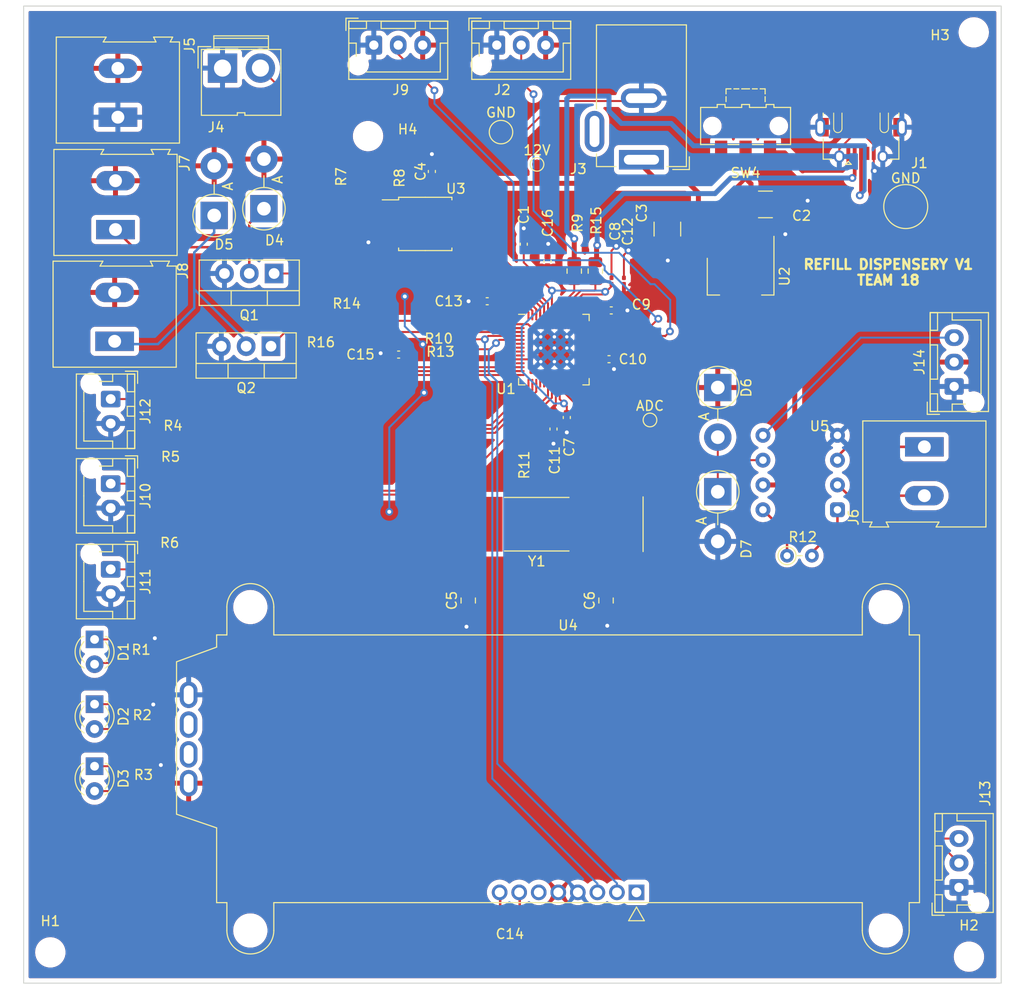
<source format=kicad_pcb>
(kicad_pcb (version 20211014) (generator pcbnew)
  (layers (0 "F.Cu" signal) (31 "B.Cu" signal) (34 "B.Paste" user) (35 "F.Paste" user) (36 "B.SilkS" user "B.Silkscreen") (37 "F.SilkS" user "F.Silkscreen") (38 "B.Mask" user) (39 "F.Mask" user) (44 "Edge.Cuts" user))
  (net 0 "")
  (net 1 "+3.3V")
  (net 2 "/S_SCL")
  (net 3 "GND")
  (net 4 "Net-(C2-Pad1)")
  (net 5 "Net-(C6-Pad2)")
  (net 6 "Net-(D1-Pad1)")
  (net 7 "/LED1")
  (net 8 "Net-(D2-Pad1)")
  (net 9 "/LED2")
  (net 10 "Net-(D3-Pad1)")
  (net 11 "/LED3")
  (net 12 "/ADC0")
  (net 13 "Net-(J1-Pad1)")
  (net 14 "/USB_D-")
  (net 15 "/USB_D+")
  (net 17 "+12V")
  (net 19 "Net-(J4-Pad2)")
  (net 20 "/Load_cell-")
  (net 21 "/Load_cell+")
  (net 22 "/V1")
  (net 23 "/V2")
  (net 24 "/SW1")
  (net 25 "/SW2")
  (net 26 "/SW3")
  (net 27 "/QSPI_SS")
  (net 28 "Net-(R9-Pad2)")
  (net 29 "/S_SDA")
  (net 30 "Net-(R12-Pad1)")
  (net 31 "Net-(R12-Pad2)")
  (net 32 "Net-(R15-Pad2)")
  (net 33 "/P1")
  (net 34 "/P2")
  (net 39 "Net-(C14-Pad1)")
  (net 40 "Net-(C14-Pad2)")
  (net 53 "/QSPI_SD3")
  (net 54 "/QSPI_SCLK")
  (net 55 "/QSPI_SD0")
  (net 56 "/QSPI_SD2")
  (net 57 "/QSPI_SD1")
  (net 60 "+1V1")
  (net 61 "/CLK_IN")
  (net 62 "/CLK_OUT")
  (net 63 "Net-(D4-Pad1)")
  (net 64 "Net-(D5-Pad1)")
  (net 68 "Net-(Q1-Pad1)")
  (net 69 "Net-(Q2-Pad1)")
  (net 70 "/SWD")
  (net 71 "/SWCLK")
  (net 72 "Net-(U5-Pad5)")
  (footprint "Crystal:Crystal_SMD_SeikoEpson_MA505-2Pin_12.7x5.1mm_HandSoldering" (layer "F.Cu") (at 100.5595 127.381 180)
    (fp_text reference "Y1")
    (fp_text value "Crystal")
  )
  (footprint "Diode_THT:D_5W_P5.08mm_Vertical_AnodeUp" (layer "F.Cu") (at 119.077 113.39175 -90)
    (fp_text reference "D6")
    (fp_text value "D")
  )
  (footprint "Capacitor_SMD:C_0402_1005Metric" (layer "F.Cu") (at 101.66 100.48 -90)
    (fp_text reference "C16")
    (fp_text value "100n")
  )
  (footprint "Display:NHD-C0220BiZ" (layer "F.Cu") (at 103.76 149.16)
    (fp_text reference "U4")
    (fp_text value "NHD-C0220BIZ")
  )
  (footprint "Capacitor_SMD:C_0201_0603Metric" (layer "F.Cu") (at 97.81 168.27 180)
    (fp_text reference "C14")
    (fp_text value "1u")
  )
  (footprint "Resistor_SMD:R_0201_0603Metric" (layer "F.Cu") (at 93.218 108.458)
    (fp_text reference "R10")
    (fp_text value "10k")
  )
  (footprint "" (layer "F.Cu") (at 102.362 110.744)
    (fp_text reference "")
    (fp_text value "")
  )
  (footprint "Amplifier_Instrumentation:AD622" (layer "F.Cu") (at 118.618 123.363 90)
    (fp_text reference "U5")
    (fp_text value "AD622")
  )
  (footprint "Connector_JST:JST_XH_B3B-XH-AM_1x03_P2.50mm_Vertical" (layer "F.Cu") (at 143.256 113.284 90)
    (fp_text reference "J14")
    (fp_text value "SWD")
  )
  (footprint "Resistor_SMD:R_0201_0603Metric" (layer "F.Cu") (at 93.218 109.474)
    (fp_text reference "R13")
    (fp_text value "10k")
  )
  (footprint "Connector_BarrelJack:BarrelJack_GCT_DCJ200-10-A_Horizontal" (layer "F.Cu") (at 111.267 90.0775 180)
    (fp_text reference "J3")
    (fp_text value "Barrel_Jack_Switch")
  )
  (footprint "Resistor_SMD:R_0201_0603Metric" (layer "F.Cu") (at 82.02 106.56 180)
    (fp_text reference "R14")
    (fp_text value "10k")
  )
  (footprint "Resistor_SMD:R_0201_0603Metric" (layer "F.Cu") (at 78.47 107.71 180)
    (fp_text reference "R16")
    (fp_text value "10k")
  )
  (footprint "TestPoint:TestPoint_Pad_D1.0mm" (layer "F.Cu") (at 112.141 116.713)
    (fp_text reference "ADC")
    (fp_text value "TestPoint_Pad_D1.0mm")
  )
  (footprint "TestPoint:TestPoint_Pad_D4.0mm" (layer "F.Cu") (at 138.303 94.869)
    (fp_text reference "GND")
    (fp_text value "TestPoint_Pad_D4.0mm")
  )
  (footprint "Resistor_SMD:R_0201_0603Metric" (layer "F.Cu") (at 79.502 91.821 -90)
    (fp_text reference "R7")
    (fp_text value "1K")
  )
  (footprint "Connector:JWT_A3963_1x02_P3.96mm_Vertical" (layer "F.Cu") (at 68.4125 80.7)
    (fp_text reference "J4")
    (fp_text value "USB_BOOT")
  )
  (footprint "" (layer "F.Cu") (at 100.965 109.347)
    (fp_text reference "")
    (fp_text value "")
  )
  (footprint "Diode_THT:D_5W_P5.08mm_Vertical_AnodeUp" (layer "F.Cu") (at 67.56 95.780051 90)
    (fp_text reference "D5")
    (fp_text value "DIODE")
  )
  (footprint "Capacitor_SMD:C_0402_1005Metric" (layer "F.Cu") (at 86.43 110.02)
    (fp_text reference "C15")
    (fp_text value "100n")
  )
  (footprint "Resistor_SMD:R_0201_0603Metric" (layer "F.Cu") (at 85.471 91.948 -90)
    (fp_text reference "R8")
    (fp_text value "DNF")
  )
  (footprint "Resistor_SMD:R_0201_0603Metric" (layer "F.Cu") (at 60.092 139.175 180)
    (fp_text reference "R1")
    (fp_text value "1K")
  )
  (footprint "TerminalBlock:TerminalBlock_Altech_AK300-2_P5.00mm" (layer "F.Cu") (at 57.4655 97.225 90)
    (fp_text reference "J7")
    (fp_text value "Inductor 1")
  )
  (footprint "Connector_JST:JST_XH_B3B-XH-AM_1x03_P2.50mm_Vertical" (layer "F.Cu") (at 83.89 78.345)
    (fp_text reference "J9")
    (fp_text value "Pot 2")
  )
  (footprint "" (layer "F.Cu") (at 103.632 110.744)
    (fp_text reference "")
    (fp_text value "")
  )
  (footprint "Package_TO_SOT_SMD:SOT-223-3_TabPin2" (layer "F.Cu") (at 121.412 102.0155 -90)
    (fp_text reference "U2")
    (fp_text value "NCP1117-3.3_SOT223")
  )
  (footprint "Resistor_SMD:R_0201_0603Metric" (layer "F.Cu") (at 59.692 145.8685 180)
    (fp_text reference "R2")
    (fp_text value "1K")
  )
  (footprint "TerminalBlock:TerminalBlock_Altech_AK300-2_P5.00mm" (layer "F.Cu") (at 57.38 108.66 90)
    (fp_text reference "J8")
    (fp_text value "Inductor 2")
  )
  (footprint "LED_THT:LED_D3.0mm" (layer "F.Cu") (at 55.325 152.15 -90)
    (fp_text reference "D3")
    (fp_text value "LED")
  )
  (footprint "Resistor_SMD:R_0201_0603Metric" (layer "F.Cu") (at 59.692 151.896 180)
    (fp_text reference "R3")
    (fp_text value "1K")
  )
  (footprint "LED_THT:LED_D3.0mm" (layer "F.Cu") (at 55.325 139.17 -90)
    (fp_text reference "D1")
    (fp_text value "LED")
  )
  (footprint "" (layer "F.Cu") (at 100.965 108.204)
    (fp_text reference "")
    (fp_text value "")
  )
  (footprint "MountingHole:MountingHole_2.1mm" (layer "F.Cu") (at 145.26 77.04)
    (fp_text reference "H3")
    (fp_text value "MountingHole")
  )
  (footprint "LED_THT:LED_D3.0mm" (layer "F.Cu") (at 55.325 145.8 -90)
    (fp_text reference "D2")
    (fp_text value "LED")
  )
  (footprint "Capacitor_SMD:C_0805_2012Metric" (layer "F.Cu") (at 107.647 135.189 90)
    (fp_text reference "C6")
    (fp_text value "27p")
  )
  (footprint "Resistor_THT:R_Axial_DIN0204_L3.6mm_D1.6mm_P2.54mm_Vertical" (layer "F.Cu") (at 126.163 130.602)
    (fp_text reference "R12")
    (fp_text value "R")
  )
  (footprint "Connector_JST:JST_XH_B2B-XH-AM_1x02_P2.50mm_Vertical" (layer "F.Cu") (at 56.975 114.57 -90)
    (fp_text reference "J12")
    (fp_text value "Switch 1")
  )
  (footprint "MountingHole:MountingHole_2.1mm" (layer "F.Cu") (at 83.3 87.66)
    (fp_text reference "H4")
    (fp_text value "MountingHole")
  )
  (footprint "MountingHole:MountingHole_2.1mm" (layer "F.Cu") (at 50.8 171.2)
    (fp_text reference "H1")
    (fp_text value "MountingHole")
  )
  (footprint "Capacitor_SMD:C_0402_1005Metric" (layer "F.Cu") (at 89.83 91.28 90)
    (fp_text reference "C4")
    (fp_text value "100n")
  )
  (footprint "TestPoint:TestPoint_Pad_D1.0mm" (layer "F.Cu") (at 100.584 90.551)
    (fp_text reference "12V")
    (fp_text value "TestPoint_Pad_D1.0mm")
  )
  (footprint "Capacitor_SMD:C_0805_2012Metric" (layer "F.Cu") (at 93.55 135.189 90)
    (fp_text reference "C5")
    (fp_text value "27p")
  )
  (footprint "Connector_USB:USB_Micro-AB_Molex_47590-0001" (layer "F.Cu") (at 133.731 86.7505 180)
    (fp_text reference "J1")
    (fp_text value "USB_B_Micro")
  )
  (footprint "Resistor_SMD:R_0201_0603Metric" (layer "F.Cu") (at 100.33 121.321 90)
    (fp_text reference "R11")
    (fp_text value "1k")
  )
  (footprint "Connector_JST:JST_XH_B2B-XH-AM_1x02_P2.50mm_Vertical" (layer "F.Cu") (at 56.975 132 -90)
    (fp_text reference "J11")
    (fp_text value "Switch 3")
  )
  (footprint "TestPoint:TestPoint_Pad_D2.0mm" (layer "F.Cu") (at 96.901 87.249)
    (fp_text reference "GND")
    (fp_text value "TestPoint_Pad_D2.0mm")
  )
  (footprint "Package_DFN_QFN:QFN-56-1EP_7x7mm_P0.4mm_EP3.2x3.2mm" (layer "F.Cu") (at 102.3095 109.51)
    (fp_text reference "U1")
    (fp_text value "RP2040")
  )
  (footprint "" (layer "F.Cu") (at 102.362 108.204)
    (fp_text reference "")
    (fp_text value "")
  )
  (footprint "Resistor_SMD:R_0805_2012Metric" (layer "F.Cu") (at 104.394 101.473 -90)
    (fp_text reference "R9")
    (fp_text value "27")
  )
  (footprint "Capacitor_SMD:C_0201_0603Metric" (layer "F.Cu") (at 108.204 102.489 90)
    (fp_text reference "C8")
    (fp_text value "1u")
  )
  (footprint "Button_Switch_SMD:SW_SPDT_CK-JS102011SAQN" (layer "F.Cu") (at 121.92 86.6235 180)
    (fp_text reference "SW4")
    (fp_text value "SW_SPDT")
  )
  (footprint "Package_TO_SOT_THT:TO-220-3_Vertical" (layer "F.Cu") (at 73.37 109.165 180)
    (fp_text reference "Q2")
    (fp_text value "TIP120")
  )
  (footprint "Capacitor_SMD:C_0402_1005Metric" (layer "F.Cu") (at 102.27 117.64 90)
    (fp_text reference "C11")
    (fp_text value "100n")
  )
  (footprint "Capacitor_SMD:C_0402_1005Metric" (layer "F.Cu") (at 107.95 110.49 180)
    (fp_text reference "C10")
    (fp_text value "100n")
  )
  (footprint "Diode_THT:D_5W_P5.08mm_Vertical_AnodeUp" (layer "F.Cu") (at 72.65 95.09 90)
    (fp_text reference "D4")
    (fp_text value "DIODE")
  )
  (footprint "Capacitor_SMD:C_0201_0603Metric" (layer "F.Cu") (at 109.474 102.489 90)
    (fp_text reference "C12")
    (fp_text value "1u")
  )
  (footprint "TerminalBlock:TerminalBlock_Altech_AK300-2_P5.00mm" (layer "F.Cu") (at 57.71 85.725 90)
    (fp_text reference "J5")
    (fp_text value "Load Cell Power")
  )
  (footprint "Resistor_SMD:R_0201_0603Metric" (layer "F.Cu") (at 63.2075 115.824 -90)
    (fp_text reference "R4")
    (fp_text value "1K")
  )
  (footprint "Capacitor_SMD:C_0402_1005Metric" (layer "F.Cu") (at 95.49 104.56)
    (fp_text reference "C13")
    (fp_text value "100n")
  )
  (footprint "MountingHole:MountingHole_2.1mm" (layer "F.Cu") (at 144.77 171.64)
    (fp_text reference "H2")
    (fp_text value "MountingHole")
  )
  (footprint "Diode_THT:D_5W_P5.08mm_Vertical_AnodeUp" (layer "F.Cu") (at 119.077 124.05975 -90)
    (fp_text reference "D7")
    (fp_text value "D")
  )
  (footprint "Connector_JST:JST_XH_B3B-XH-AM_1x03_P2.50mm_Vertical" (layer "F.Cu") (at 143.747 164.552 90)
    (fp_text reference "J13")
    (fp_text value "SWD")
  )
  (footprint "Resistor_SMD:R_0201_0603Metric" (layer "F.Cu") (at 63.0375 130.83 90)
    (fp_text reference "R6")
    (fp_text value "1K")
  )
  (footprint "Capacitor_SMD:C_1210_3225Metric" (layer "F.Cu") (at 123.952 94.6495)
    (fp_text reference "C2")
    (fp_text value "10u")
  )
  (footprint "" (layer "F.Cu") (at 100.965 110.744)
    (fp_text reference "")
    (fp_text value "")
  )
  (footprint "Package_SO:SOIC-8_5.23x5.23mm_P1.27mm" (layer "F.Cu") (at 89.154 96.647)
    (fp_text reference "U3")
    (fp_text value "Flash Memory")
  )
  (footprint "" (layer "F.Cu") (at 103.632 109.347)
    (fp_text reference "")
    (fp_text value "")
  )
  (footprint "Resistor_SMD:R_0805_2012Metric" (layer "F.Cu") (at 106.553 101.473 -90)
    (fp_text reference "R15")
    (fp_text value "27")
  )
  (footprint "Capacitor_SMD:C_0402_1005Metric" (layer "F.Cu") (at 108.18 105.5 180)
    (fp_text reference "C9")
    (fp_text value "100n")
  )
  (footprint "Connector_JST:JST_XH_B2B-XH-AM_1x02_P2.50mm_Vertical" (layer "F.Cu") (at 56.975 123.23 -90)
    (fp_text reference "J10")
    (fp_text value "Switch 2")
  )
  (footprint "" (layer "F.Cu") (at 103.632 108.204)
    (fp_text reference "")
    (fp_text value "")
  )
  (footprint "TerminalBlock:TerminalBlock_Altech_AK300-2_P5.00mm" (layer "F.Cu") (at 140.208 119.46 -90)
    (fp_text reference "J6")
    (fp_text value "Load Cell Data")
  )
  (footprint "Resistor_SMD:R_0201_0603Metric" (layer "F.Cu") (at 63.0675 121.96 90)
    (fp_text reference "R5")
    (fp_text value "1K")
  )
  (footprint "Capacitor_SMD:C_0402_1005Metric" (layer "F.Cu") (at 99.23 98.7215 -90)
    (fp_text reference "C1")
    (fp_text value "100n")
  )
  (footprint "Connector_JST:JST_XH_B3B-XH-AM_1x03_P2.50mm_Vertical" (layer "F.Cu") (at 96.47 78.345)
    (fp_text reference "J2")
    (fp_text value "Pot 1")
  )
  (footprint "Capacitor_SMD:C_0402_1005Metric" (layer "F.Cu") (at 103.632 116.459 90)
    (fp_text reference "C7")
    (fp_text value "100n")
  )
  (footprint "Package_TO_SOT_THT:TO-220-3_Vertical" (layer "F.Cu") (at 73.69 101.72 180)
    (fp_text reference "Q1")
    (fp_text value "TIP120")
  )
  (footprint "Capacitor_SMD:C_1210_3225Metric" (layer "F.Cu") (at 113.92 97.175 -90)
    (fp_text reference "C3")
    (fp_text value "10u")
  )
  (footprint "" (layer "F.Cu") (at 102.362 109.347)
    (fp_text reference "")
    (fp_text value "")
  )
  (gr_rect (start 48.07 74.35) (end 148.07 174.35) (layer "Edge.Cuts") (width 0.1) (fill none))
  (gr_text "REFILL DISPENSERY V1\nTEAM 18\n" (at 136.525 101.6) (layer "F.SilkS") (effects (font (size 1 1) (thickness 0.25))))
  (segment (start 105.087 104.59) (end 108.389 104.59) (width 0.2) (layer "F.Cu") (net 1))
  (segment (start 104.521 106.061) (end 104.521 105.156) (width 0.2) (layer "F.Cu") (net 1))
  (segment (start 104.9095 105.5295) (end 105.1205 105.5295) (width 0.2) (layer "F.Cu") (net 1))
  (segment (start 102.5095 112.9475) (end 102.5095 115.2205) (width 0.2) (layer "F.Cu") (net 1))
  (segment (start 104.51 106.91) (end 104.5095 106.9095) (width 0.2) (layer "F.Cu") (net 1))
  (segment (start 107.45 110.51) (end 107.47 110.49) (width 0.2) (layer "F.Cu") (net 1))
  (segment (start 98.872 106.91) (end 97.67 106.91) (width 0.2) (layer "F.Cu") (net 1))
  (segment (start 102.5095 106.0725) (end 102.5095 107.0405) (width 0.2) (layer "F.Cu") (net 1))
  (segment (start 102.9095 107.2095) (end 102.92 107.22) (width 0.2) (layer "F.Cu") (net 1))
  (segment (start 102.9095 106.0725) (end 102.9095 107.2095) (width 0.2) (layer "F.Cu") (net 1))
  (segment (start 102.5095 115.2205) (end 102.43 115.3) (width 0.2) (layer "F.Cu") (net 1))
  (segment (start 108.389 104.59) (end 109.474 103.505) (width 0.2) (layer "F.Cu") (net 1))
  (segment (start 102.5095 107.0405) (end 102.45 107.1) (width 0.2) (layer "F.Cu") (net 1))
  (segment (start 98.872 110.51) (end 99.99 110.51) (width 0.2) (layer "F.Cu") (net 1))
  (segment (start 104.9095 106.5095) (end 104.5095 106.9095) (width 0.2) (layer "F.Cu") (net 1))
  (segment (start 97.67 106.91) (end 97.13 106.37) (width 0.2) (layer "F.Cu") (net 1))
  (segment (start 105.747 106.91) (end 106.97 106.91) (width 0.2) (layer "F.Cu") (net 1))
  (segment (start 104.5095 106.9095) (end 104.5095 106.0725) (width 0.2) (layer "F.Cu") (net 1))
  (segment (start 104.79 110.51) (end 104.77 110.53) (width 0.2) (layer "F.Cu") (net 1))
  (segment (start 104.9095 105.5295) (end 104.9095 106.0725) (width 0.2) (layer "F.Cu") (net 1))
  (segment (start 104.51 106.91) (end 104.51 107.25) (width 0.2) (layer "F.Cu") (net 1))
  (segment (start 105.747 106.91) (end 104.65 106.91) (width 0.2) (layer "F.Cu") (net 1))
  (segment (start 98.872 110.51) (end 97.7 110.51) (width 0.2) (layer "F.Cu") (net 1))
  (segment (start 105.747 110.51) (end 107.45 110.51) (width 0.2) (layer "F.Cu") (net 1))
  (segment (start 104.5095 106.0725) (end 104.521 106.061) (width 0.2) (layer "F.Cu") (net 1))
  (segment (start 104.65 106.91) (end 104.51 106.91) (width 0.2) (layer "F.Cu") (net 1))
  (segment (start 104.9095 106.0725) (end 104.9095 106.5095) (width 0.2) (layer "F.Cu") (net 1))
  (segment (start 104.521 105.156) (end 105.087 104.59) (width 0.2) (layer "F.Cu") (net 1))
  (segment (start 98.872 106.91) (end 99.67 106.91) (width 0.2) (layer "F.Cu") (net 1))
  (segment (start 105.1205 105.5295) (end 105.48 105.17) (width 0.2) (layer "F.Cu") (net 1))
  (segment (start 105.747 110.51) (end 104.79 110.51) (width 0.2) (layer "F.Cu") (net 1))
  (segment (start 99.67 106.91) (end 100.02 107.26) (width 0.2) (layer "F.Cu") (net 1))
  (segment (start 109.474 103.505) (end 109.474 102.809) (width 0.2) (layer "F.Cu") (net 1))
  (segment (start 102.5095 112.9475) (end 102.5095 111.8805) (width 0.2) (layer "F.Cu") (net 1))
  (via (at 85.471 126.111) (size 0.8) (drill 0.4) (layers "F.Cu" "B.Cu") (net 1))
  (via (at 87.06 104.07) (size 0.8) (drill 0.4) (layers "F.Cu" "B.Cu") (net 1))
  (via (at 89.027 113.919) (size 0.8) (drill 0.4) (layers "F.Cu" "B.Cu") (net 1))
  (via (at 88.9 108.966) (size 0.8) (drill 0.4) (layers "F.Cu" "B.Cu") (net 1))
  (segment (start 89.027 109.093) (end 89.027 113.919) (width 0.2) (layer "B.Cu") (net 1))
  (segment (start 89.027 113.919) (end 85.471 117.475) (width 0.2) (layer "B.Cu") (net 1))
  (segment (start 85.471 117.475) (end 85.471 126.111) (width 0.2) (layer "B.Cu") (net 1))
  (segment (start 87.06 107.126) (end 88.9 108.966) (width 0.2) (layer "B.Cu") (net 1))
  (segment (start 88.9 108.966) (end 89.027 109.093) (width 0.2) (layer "B.Cu") (net 1))
  (segment (start 87.06 104.07) (end 87.06 107.126) (width 0.2) (layer "B.Cu") (net 1))
  (segment (start 96.722 108.51) (end 96.393 108.839) (width 0.2) (layer "F.Cu") (net 2))
  (segment (start 95.758 109.474) (end 93.538 109.474) (width 0.2) (layer "F.Cu") (net 2))
  (segment (start 98.872 108.51) (end 96.722 108.51) (width 0.2) (layer "F.Cu") (net 2))
  (segment (start 96.393 108.839) (end 95.758 109.474) (width 0.2) (layer "F.Cu") (net 2))
  (via (at 96.393 108.839) (size 0.8) (drill 0.4) (layers "F.Cu" "B.Cu") (net 2))
  (segment (start 96.52 112.776) (end 96.52 151.892) (width 0.2) (layer "B.Cu") (net 2))
  (segment (start 95.65 109.582) (end 95.65 111.906) (width 0.2) (layer "B.Cu") (net 2))
  (segment (start 95.65 111.906) (end 96.52 112.776) (width 0.2) (layer "B.Cu") (net 2))
  (segment (start 108.76 164.132) (end 108.76 165.06) (width 0.2) (layer "B.Cu") (net 2))
  (segment (start 96.52 151.892) (end 108.76 164.132) (width 0.2) (layer "B.Cu") (net 2))
  (segment (start 96.393 108.839) (end 95.65 109.582) (width 0.2) (layer "B.Cu") (net 2))
  (segment (start 101.66 98.76) (end 101.73 98.69) (width 0.2) (layer "F.Cu") (net 3))
  (segment (start 113.92 100.35) (end 113.9595 100.3895) (width 0.2) (layer "F.Cu") (net 3))
  (segment (start 111.267 83.7775) (end 110.9745 84.07) (width 0.2) (layer "F.Cu") (net 3))
  (segment (start 108.204 99.38505) (end 108.68855 98.9005) (width 0.2) (layer "F.Cu") (net 3))
  (segment (start 124.816 98.8655) (end 125.984 97.6975) (width 0.508) (layer "F.Cu") (net 3))
  (segment (start 135.128 91.694) (end 138.303 94.869) (width 0.2) (layer "F.Cu") (net 3))
  (segment (start 108.204 102.169) (end 108.204 99.38505) (width 0.2) (layer "F.Cu") (net 3))
  (segment (start 85.554 98.552) (end 83.362 98.552) (width 0.2) (layer "F.Cu") (net 3))
  (segment (start 99.314 87.249) (end 96.901 87.249) (width 0.2) (layer "F.Cu") (net 3))
  (segment (start 61.2915 145.8685) (end 61.33 145.83) (width 0.2) (layer "F.Cu") (net 3))
  (segment (start 135.128 91.2205) (end 135.128 91.694) (width 0.2) (layer "F.Cu") (net 3))
  (segment (start 95.01 104.56) (end 93.585 104.56) (width 0.2) (layer "F.Cu") (net 3))
  (segment (start 102.493 84.07) (end 99.314 87.249) (width 0.2) (layer "F.Cu") (net 3))
  (segment (start 135.031 89.4255) (end 135.031 91.1235) (width 0.2) (layer "F.Cu") (net 3))
  (segment (start 108.458 111.506) (end 108.43 111.478) (width 0.2) (layer "F.Cu") (net 3))
  (segment (start 108.66 105.5) (end 109.831 105.5) (width 0.254) (layer "F.Cu") (net 3))
  (segment (start 84.73 110.02) (end 84.59 109.88) (width 0.254) (layer "F.Cu") (net 3))
  (segment (start 103.632 116.939) (end 103.632 117.983) (width 0.2) (layer "F.Cu") (net 3))
  (segment (start 135.031 91.1235) (end 135.128 91.2205) (width 0.2) (layer "F.Cu") (net 3))
  (segment (start 113.92 98.65) (end 113.92 100.35) (width 0.254) (layer "F.Cu") (net 3))
  (segment (start 131.506 88.9755) (end 133.731 86.7505) (width 0.2) (layer "F.Cu") (net 3))
  (segment (start 110.9745 84.07) (end 102.493 84.07) (width 0.2) (layer "F.Cu") (net 3))
  (segment (start 60.012 151.896) (end 61.973 151.896) (width 0.2) (layer "F.Cu") (net 3))
  (segment (start 93.55 137.69) (end 93.37 137.87) (width 0.2) (layer "F.Cu") (net 3))
  (segment (start 102.27 119.065) (end 102.27 118.12) (width 0.2) (layer "F.Cu") (net 3))
  (segment (start 93.55 136.139) (end 93.55 137.69) (width 0.2) (layer "F.Cu") (net 3))
  (segment (start 125.427 94.6495) (end 125.808 94.2685) (width 0.2) (layer "F.Cu") (net 3))
  (segment (start 135.031 88.5505) (end 133.731 87.2505) (width 0.2) (layer "F.Cu") (net 3))
  (segment (start 101.66 100) (end 101.66 98.76) (width 0.2) (layer "F.Cu") (net 3))
  (segment (start 83.362 98.552) (end 83.34 98.53) (width 0.2) (layer "F.Cu") (net 3))
  (segment (start 123.712 98.8655) (end 124.816 98.8655) (width 0.508) (layer "F.Cu") (net 3))
  (segment (start 107.647 137.647) (end 107.77 137.77) (width 0.2) (layer "F.Cu") (net 3))
  (segment (start 131.506 89.7505) (end 131.506 88.9755) (width 0.2) (layer "F.Cu") (net 3))
  (segment (start 135.031 89.4255) (end 135.031 88.5505) (width 0.2) (layer "F.Cu") (net 3))
  (segment (start 113.9595 100.3895) (end 113.963 100.3895) (width 0.2) (layer "F.Cu") (net 3))
  (segment (start 61.973 151.896) (end 62.105 152.028) (width 0.2) (layer "F.Cu") (net 3))
  (segment (start 108.43 111.478) (end 108.43 110.49) (width 0.2) (layer "F.Cu") (net 3))
  (segment (start 60.412 139.175) (end 61.362 139.175) (width 0.2) (layer "F.Cu") (net 3))
  (segment (start 89.83 90.8) (end 89.83 89.502) (width 0.254) (layer "F.Cu") (net 3))
  (segment (start 107.647 136.139) (end 107.647 137.647) (width 0.2) (layer "F.Cu") (net 3))
  (segment (start 109.474 99.816) (end 109.94 99.35) (width 0.2) (layer "F.Cu") (net 3))
  (segment (start 125.808 94.2685) (end 128.27 94.2685) (width 0.508) (layer "F.Cu") (net 3))
  (segment (start 133.731 87.2505) (end 133.731 86.7505) (width 0.2) (layer "F.Cu") (net 3))
  (segment (start 99.23 97.0985) (end 99.23 98.2415) (width 0.254) (layer "F.Cu") (net 3))
  (segment (start 109.474 102.169) (end 109.474 99.816) (width 0.2) (layer "F.Cu") (net 3))
  (segment (start 85.95 110.02) (end 84.73 110.02) (width 0.254) (layer "F.Cu") (net 3))
  (segment (start 61.362 139.175) (end 61.489 139.048) (width 0.2) (layer "F.Cu") (net 3))
  (segment (start 60.012 145.8685) (end 61.2915 145.8685) (width 0.2) (layer "F.Cu") (net 3))
  (via (at 101.73 98.69) (size 0.8) (drill 0.4) (layers "F.Cu" "B.Cu") (net 3))
  (via (at 135.128 91.2205) (size 0.8) (drill 0.4) (layers "F.Cu" "B.Cu") (net 3))
  (via (at 61.489 139.048) (size 0.8) (drill 0.4) (layers "F.Cu" "B.Cu") (net 3))
  (via (at 107.77 137.77) (size 0.8) (drill 0.4) (layers "F.Cu" "B.Cu") (net 3))
  (via (at 113.963 100.3895) (size 0.8) (drill 0.4) (layers "F.Cu" "B.Cu") (net 3))
  (via (at 109.831 105.5) (size 0.8) (drill 0.4) (layers "F.Cu" "B.Cu") (net 3))
  (via (at 125.984 97.6975) (size 0.8) (drill 0.4) (layers "F.Cu" "B.Cu") (net 3))
  (via (at 62.105 152.028) (size 0.8) (drill 0.4) (layers "F.Cu" "B.Cu") (net 3))
  (via (at 83.34 98.53) (size 0.8) (drill 0.4) (layers "F.Cu" "B.Cu") (net 3))
  (via (at 99.23 97.0985) (size 0.8) (drill 0.4) (layers "F.Cu" "B.Cu") (net 3))
  (via (at 89.83 89.502) (size 0.8) (drill 0.4) (layers "F.Cu" "B.Cu") (net 3))
  (via (at 93.585 104.56) (size 0.8) (drill 0.4) (layers "F.Cu" "B.Cu") (net 3))
  (via (at 109.94 99.35) (size 0.8) (drill 0.4) (layers "F.Cu" "B.Cu") (net 3))
  (via (at 103.632 117.983) (size 0.8) (drill 0.4) (layers "F.Cu" "B.Cu") (net 3))
  (via (at 128.27 94.2685) (size 0.8) (drill 0.4) (layers "F.Cu" "B.Cu") (net 3))
  (via (at 93.37 137.87) (size 0.8) (drill 0.4) (layers "F.Cu" "B.Cu") (net 3))
  (via (at 84.59 109.88) (size 0.8) (drill 0.4) (layers "F.Cu" "B.Cu") (net 3))
  (via (at 61.33 145.83) (size 0.8) (drill 0.4) (layers "F.Cu" "B.Cu") (net 3))
  (via (at 108.68855 98.9005) (size 0.8) (drill 0.4) (layers "F.Cu" "B.Cu") (net 3))
  (via (at 102.27 119.136) (size 0.8) (drill 0.4) (layers "F.Cu" "B.Cu") (net 3))
  (via (at 108.458 111.506) (size 0.8) (drill 0.4) (layers "F.Cu" "B.Cu") (net 3))
  (segment (start 121.92 91.9825) (end 122.477 92.5395) (width 0.508) (layer "F.Cu") (net 4))
  (segment (start 121.92 89.3735) (end 121.92 91.9825) (width 0.508) (layer "F.Cu") (net 4))
  (segment (start 121.92 91.9825) (end 119.112 94.7905) (width 0.4) (layer "F.Cu") (net 4))
  (segment (start 119.112 94.7905) (end 119.112 98.8655) (width 0.508) (layer "F.Cu") (net 4))
  (segment (start 122.477 92.5395) (end 122.477 94.6495) (width 0.508) (layer "F.Cu") (net 4))
  (segment (start 107.647 127.381) (end 106.07 127.381) (width 0.2) (layer "F.Cu") (net 5))
  (segment (start 107.647 127.381) (end 107.647 134.239) (width 0.2) (layer "F.Cu") (net 5))
  (segment (start 106.07 127.381) (end 100.33 121.641) (width 0.2) (layer "F.Cu") (net 5))
  (segment (start 55.325 139.17) (end 59.767 139.17) (width 0.2) (layer "F.Cu") (net 6))
  (segment (start 59.767 139.17) (end 59.772 139.175) (width 0.2) (layer "F.Cu") (net 6))
  (segment (start 86.080372 123.949628) (end 92.8 117.23) (width 0.2) (layer "F.Cu") (net 7))
  (segment (start 55.52 141.71) (end 55.65 141.58) (width 0.2) (layer "F.Cu") (net 7))
  (segment (start 78.107372 123.949628) (end 86.080372 123.949628) (width 0.2) (layer "F.Cu") (net 7))
  (segment (start 60.477 141.58) (end 78.107372 123.949628) (width 0.2) (layer "F.Cu") (net 7))
  (segment (start 55.65 141.58) (end 60.477 141.58) (width 0.2) (layer "F.Cu") (net 7))
  (segment (start 99.7095 113.3965) (end 99.7095 112.9475) (width 0.2) (layer "F.Cu") (net 7))
  (segment (start 95.876 117.23) (end 99.7095 113.3965) (width 0.2) (layer "F.Cu") (net 7))
  (segment (start 92.8 117.23) (end 95.876 117.23) (width 0.2) (layer "F.Cu") (net 7))
  (segment (start 55.325 145.8) (end 59.3035 145.8) (width 0.2) (layer "F.Cu") (net 8))
  (segment (start 59.3035 145.8) (end 59.372 145.8685) (width 0.2) (layer "F.Cu") (net 8))
  (segment (start 96.13 117.63) (end 100.1095 113.6505) (width 0.2) (layer "F.Cu") (net 9))
  (segment (start 78.342372 124.349628) (end 86.750372 124.349628) (width 0.2) (layer "F.Cu") (net 9))
  (segment (start 55.12 148.34) (end 60.62345 148.34) (width 0.2) (layer "F.Cu") (net 9))
  (segment (start 93.47 117.63) (end 96.13 117.63) (width 0.2) (layer "F.Cu") (net 9))
  (segment (start 86.750372 124.349628) (end 93.47 117.63) (width 0.2) (layer "F.Cu") (net 9))
  (segment (start 100.1095 113.6505) (end 100.1095 112.9475) (width 0.2) (layer "F.Cu") (net 9))
  (segment (start 62.805 146.15845) (end 62.805 139.887) (width 0.2) (layer "F.Cu") (net 9))
  (segment (start 62.805 139.887) (end 78.342372 124.349628) (width 0.2) (layer "F.Cu") (net 9))
  (segment (start 60.62345 148.34) (end 62.805 146.15845) (width 0.2) (layer "F.Cu") (net 9))
  (segment (start 59.372 151.896) (end 59.118 152.15) (width 0.2) (layer "F.Cu") (net 10))
  (segment (start 59.118 152.15) (end 55.325 152.15) (width 0.2) (layer "F.Cu") (net 10))
  (segment (start 61.89 157.23) (end 67.99 157.23) (width 0.2) (layer "F.Cu") (net 11))
  (segment (start 93.92 118.03) (end 96.295686 118.03) (width 0.2) (layer "F.Cu") (net 11))
  (segment (start 59.35 154.69) (end 61.89 157.23) (width 0.2) (layer "F.Cu") (net 11))
  (segment (start 87.68 124.27) (end 93.92 118.03) (width 0.2) (layer "F.Cu") (net 11))
  (segment (start 54.866 154.69) (end 59.35 154.69) (width 0.2) (layer "F.Cu") (net 11))
  (segment (start 87.68 137.54) (end 87.68 124.27) (width 0.2) (layer "F.Cu") (net 11))
  (segment (start 67.99 157.23) (end 87.68 137.54) (width 0.2) (layer "F.Cu") (net 11))
  (segment (start 100.5095 113.816186) (end 100.5095 112.9475) (width 0.2) (layer "F.Cu") (net 11))
  (segment (start 96.295686 118.03) (end 100.5095 113.816186) (width 0.2) (layer "F.Cu") (net 11))
  (segment (start 112.141 116.713) (end 114.173 116.713) (width 0.2) (layer "F.Cu") (net 12))
  (segment (start 114.193695 120.79625) (end 114.193695 116.733695) (width 0.2) (layer "F.Cu") (net 12))
  (segment (start 114.173 116.713) (end 114.193695 116.733695) (width 0.2) (layer "F.Cu") (net 12))
  (segment (start 114.193695 116.733695) (end 114.193695 111.145695) (width 0.2) (layer "F.Cu") (net 12))
  (segment (start 123.698 120.823) (end 119.09 120.823) (width 0.2) (layer "F.Cu") (net 12))
  (segment (start 119.09 120.823) (end 119.06325 120.79625) (width 0.2) (layer "F.Cu") (net 12))
  (segment (start 119.077 120.81) (end 119.077 118.47175) (width 0.2) (layer "F.Cu") (net 12))
  (segment (start 119.06325 120.79625) (end 114.193695 120.79625) (width 0.2) (layer "F.Cu") (net 12))
  (segment (start 119.077 124.05975) (end 119.077 120.81) (width 0.2) (layer "F.Cu") (net 12))
  (segment (start 114.193695 111.145695) (end 111.558 108.51) (width 0.2) (layer "F.Cu") (net 12))
  (segment (start 119.09 120.823) (end 119.077 120.81) (width 0.2) (layer "F.Cu") (net 12))
  (segment (start 111.558 108.51) (end 105.747 108.51) (width 0.2) (layer "F.Cu") (net 12))
  (segment (start 124.42 89.3735) (end 125.915 89.3735) (width 0.508) (layer "F.Cu") (net 13))
  (segment (start 127.762 91.2205) (end 131.826 91.2205) (width 0.381) (layer "F.Cu") (net 13))
  (segment (start 125.915 89.3735) (end 127.762 91.2205) (width 0.508) (layer "F.Cu") (net 13))
  (segment (start 132.431 90.6155) (end 132.431 89.4255) (width 0.381) (layer "F.Cu") (net 13))
  (segment (start 131.826 91.2205) (end 132.431 90.6155) (width 0.381) (layer "F.Cu") (net 13))
  (segment (start 133.081 89.4255) (end 133.081 91.709) (width 0.381) (layer "F.Cu") (net 14))
  (segment (start 106.68 100.4335) (end 106.553 100.5605) (width 0.254) (layer "F.Cu") (net 14))
  (segment (start 133.081 91.709) (end 132.842 91.948) (width 0.254) (layer "F.Cu") (net 14))
  (segment (start 106.68 98.89) (end 106.68 100.4335) (width 0.508) (layer "F.Cu") (net 14))
  (segment (start 106.74 98.83) (end 106.68 98.89) (width 0.508) (layer "F.Cu") (net 14))
  (via (at 106.74 98.83) (size 0.8) (drill 0.4) (layers "F.Cu" "B.Cu") (net 14))
  (via (at 132.842 91.948) (size 0.8) (drill 0.4) (layers "F.Cu" "B.Cu") (net 14))
  (segment (start 120.396 91.948) (end 132.842 91.948) (width 0.508) (layer "B.Cu") (net 14))
  (segment (start 106.74 96.206) (end 109.4045 93.5415) (width 0.508) (layer "B.Cu") (net 14))
  (segment (start 118.8025 93.5415) (end 120.396 91.948) (width 0.508) (layer "B.Cu") (net 14))
  (segment (start 109.4045 93.5415) (end 118.8025 93.5415) (width 0.508) (layer "B.Cu") (net 14))
  (segment (start 106.74 98.83) (end 106.74 96.206) (width 0.508) (layer "B.Cu") (net 14))
  (segment (start 104.394 98.16) (end 104.394 100.5605) (width 0.508) (layer "F.Cu") (net 15))
  (segment (start 133.731 89.4255) (end 133.731 93.599) (width 0.381) (layer "F.Cu") (net 15))
  (segment (start 133.731 93.599) (end 133.604 93.726) (width 0.254) (layer "F.Cu") (net 15))
  (via (at 133.604 93.726) (size 0.8) (drill 0.4) (layers "F.Cu" "B.Cu") (net 15))
  (via (at 104.394 98.16) (size 0.8) (drill 0.4) (layers "F.Cu" "B.Cu") (net 15))
  (segment (start 107.95 85.09) (end 109.22 86.36) (width 0.508) (layer "B.Cu") (net 15))
  (segment (start 133.604 93.726) (end 134.112 93.218) (width 0.381) (layer "B.Cu") (net 15))
  (segment (start 107.95 83.566) (end 107.95 85.09) (width 0.508) (layer "B.Cu") (net 15))
  (segment (start 109.22 86.36) (end 114.3 86.36) (width 0.508) (layer "B.Cu") (net 15))
  (segment (start 116.586 88.646) (end 134.112 88.646) (width 0.508) (layer "B.Cu") (net 15))
  (segment (start 134.112 93.218) (end 134.112 88.646) (width 0.381) (layer "B.Cu") (net 15))
  (segment (start 104.394 98.16) (end 103.632 97.398) (width 0.508) (layer "B.Cu") (net 15))
  (segment (start 103.886 83.566) (end 107.95 83.566) (width 0.508) (layer "B.Cu") (net 15))
  (segment (start 103.632 83.82) (end 103.886 83.566) (width 0.508) (layer "B.Cu") (net 15))
  (segment (start 114.3 86.36) (end 116.586 88.646) (width 0.508) (layer "B.Cu") (net 15))
  (segment (start 103.632 97.398) (end 103.632 83.82) (width 0.508) (layer "B.Cu") (net 15))
  (segment (start 87.376 83.676) (end 78.556 83.676) (width 0.508) (layer "F.Cu") (net 17))
  (segment (start 117.983 92.4905) (end 119.42 91.0535) (width 0.508) (layer "F.Cu") (net 17))
  (segment (start 78.556 83.676) (end 75.438 80.558) (width 0.508) (layer "F.Cu") (net 17))
  (segment (start 125 123.363) (end 126.951 121.412) (width 0.508) (layer "F.Cu") (net 17))
  (segment (start 126.951 111.252) (end 125.935 110.236) (width 0.508) (layer "F.Cu") (net 17))
  (segment (start 123.698 123.363) (end 125 123.363) (width 0.508) (layer "F.Cu") (net 17))
  (segment (start 126.951 121.412) (end 126.951 111.252) (width 0.508) (layer "F.Cu") (net 17))
  (segment (start 111.267 90.0775) (end 111.267 90.6005) (width 0.2) (layer "F.Cu") (net 17))
  (segment (start 96.1905 92.4905) (end 87.376 83.676) (width 0.508) (layer "F.Cu") (net 17))
  (segment (start 117.094 93.472) (end 116.1125 92.4905) (width 0.508) (layer "F.Cu") (net 17))
  (segment (start 125.935 110.236) (end 118.11 110.236) (width 0.508) (layer "F.Cu") (net 17))
  (segment (start 100.584 90.551) (end 100.584 92.456) (width 0.508) (layer "F.Cu") (net 17))
  (segment (start 100.5495 92.4905) (end 96.1905 92.4905) (width 0.508) (layer "F.Cu") (net 17))
  (segment (start 113.157 92.4905) (end 100.5495 92.4905) (width 0.508) (layer "F.Cu") (net 17))
  (segment (start 115.0275 92.4905) (end 116.1125 92.4905) (width 0.508) (layer "F.Cu") (net 17))
  (segment (start 117.094 109.22) (end 117.094 93.472) (width 0.508) (layer "F.Cu") (net 17))
  (segment (start 113.157 92.4905) (end 115.0275 92.4905) (width 0.508) (layer "F.Cu") (net 17))
  (segment (start 111.267 90.6005) (end 113.157 92.4905) (width 0.508) (layer "F.Cu") (net 17))
  (segment (start 118.11 110.236) (end 117.094 109.22) (width 0.508) (layer "F.Cu") (net 17))
  (segment (start 116.1125 92.4905) (end 117.983 92.4905) (width 0.508) (layer "F.Cu") (net 17))
  (segment (start 100.584 92.456) (end 100.5495 92.4905) (width 0.508) (layer "F.Cu") (net 17))
  (segment (start 119.42 91.0535) (end 119.42 89.3735) (width 0.508) (layer "F.Cu") (net 17))
  (segment (start 79.502 91.501) (end 79.502 87.9095) (width 0.2) (layer "F.Cu") (net 19))
  (segment (start 79.502 87.9095) (end 72.2925 80.7) (width 0.2) (layer "F.Cu") (net 19))
  (segment (start 140.208 119.46) (end 132.305 119.46) (width 0.254) (layer "F.Cu") (net 20))
  (segment (start 132.305 119.46) (end 130.937 120.828) (width 0.254) (layer "F.Cu") (net 20))
  (segment (start 132.488 124.46) (end 140.208 124.46) (width 0.254) (layer "F.Cu") (net 21))
  (segment (start 131.396 123.368) (end 132.488 124.46) (width 0.254) (layer "F.Cu") (net 21))
  (segment (start 94.67 106.56) (end 95.42 107.31) (width 0.2) (layer "F.Cu") (net 22))
  (segment (start 82.34 106.56) (end 94.67 106.56) (width 0.2) (layer "F.Cu") (net 22))
  (segment (start 95.42 107.31) (end 98.872 107.31) (width 0.2) (layer "F.Cu") (net 22))
  (segment (start 98.872 107.71) (end 78.95 107.71) (width 0.2) (layer "F.Cu") (net 23))
  (segment (start 77.64 111.31) (end 98.872 111.31) (width 0.2) (layer "F.Cu") (net 24))
  (segment (start 74.31 114.64) (end 77.64 111.31) (width 0.2) (layer "F.Cu") (net 24))
  (segment (start 57.2325 114.57) (end 62.9575 114.57) (width 0.2) (layer "F.Cu") (net 24))
  (segment (start 62.9575 114.57) (end 63.0275 114.64) (width 0.2) (layer "F.Cu") (net 24))
  (segment (start 63.0275 115.324) (end 63.2075 115.504) (width 0.2) (layer "F.Cu") (net 24))
  (segment (start 63.0275 114.64) (end 74.31 114.64) (width 0.2) (layer "F.Cu") (net 24))
  (segment (start 63.0275 114.64) (end 63.0275 115.324) (width 0.2) (layer "F.Cu") (net 24))
  (segment (start 63.0675 123.24) (end 66.77 123.24) (width 0.2) (layer "F.Cu") (net 25))
  (segment (start 63.0675 123.24) (end 63.0675 122.28) (width 0.2) (layer "F.Cu") (net 25))
  (segment (start 63.0675 123.24) (end 62.9675 123.24) (width 0.2) (layer "F.Cu") (net 25))
  (segment (start 66.77 123.24) (end 78.3 111.71) (width 0.2) (layer "F.Cu") (net 25))
  (segment (start 57.02 123.23) (end 62.9575 123.23) (width 0.2) (layer "F.Cu") (net 25))
  (segment (start 62.9675 123.24) (end 62.9575 123.23) (width 0.2) (layer "F.Cu") (net 25))
  (segment (start 78.3 111.71) (end 98.872 111.71) (width 0.2) (layer "F.Cu") (net 25))
  (segment (start 56.975 132) (end 62.7175 132) (width 0.2) (layer "F.Cu") (net 26))
  (segment (start 65.06 130.98) (end 65.06 126.44) (width 0.2) (layer "F.Cu") (net 26))
  (segment (start 62.7175 132) (end 62.8075 131.91) (width 0.2) (layer "F.Cu") (net 26))
  (segment (start 65.06 126.44) (end 79.39 112.11) (width 0.2) (layer "F.Cu") (net 26))
  (segment (start 64.01 132.03) (end 65.06 130.98) (width 0.2) (layer "F.Cu") (net 26))
  (segment (start 62.90375 131.81375) (end 62.90375 132.03) (width 0.2) (layer "F.Cu") (net 26))
  (segment (start 63.0375 131.68) (end 63.0375 131.15) (width 0.2) (layer "F.Cu") (net 26))
  (segment (start 62.90375 131.81375) (end 63.0375 131.68) (width 0.2) (layer "F.Cu") (net 26))
  (segment (start 62.90375 132.03) (end 64.01 132.03) (width 0.2) (layer "F.Cu") (net 26))
  (segment (start 79.39 112.11) (end 98.872 112.11) (width 0.2) (layer "F.Cu") (net 26))
  (segment (start 62.8075 131.91) (end 62.90375 131.81375) (width 0.2) (layer "F.Cu") (net 26))
  (segment (start 81.15 101.19) (end 95.193789 101.19) (width 0.2) (layer "F.Cu") (net 27))
  (segment (start 81.7905 94.4295) (end 81.15 95.07) (width 0.2) (layer "F.Cu") (net 27))
  (segment (start 79.502 92.141) (end 81.7905 94.4295) (width 0.2) (layer "F.Cu") (net 27))
  (segment (start 99.7095 105.705711) (end 99.7095 106.0725) (width 0.2) (layer "F.Cu") (net 27))
  (segment (start 85.471 92.268) (end 85.471 94.659) (width 0.2) (layer "F.Cu") (net 27))
  (segment (start 85.471 94.659) (end 85.554 94.742) (width 0.254) (layer "F.Cu") (net 27))
  (segment (start 81.7905 94.4295) (end 82.103 94.742) (width 0.2) (layer "F.Cu") (net 27))
  (segment (start 82.103 94.742) (end 85.554 94.742) (width 0.2) (layer "F.Cu") (net 27))
  (segment (start 95.193789 101.19) (end 99.7095 105.705711) (width 0.2) (layer "F.Cu") (net 27))
  (segment (start 81.15 95.07) (end 81.15 101.19) (width 0.2) (layer "F.Cu") (net 27))
  (segment (start 104.394 102.3855) (end 104.394 103.585943) (width 0.2) (layer "F.Cu") (net 28))
  (segment (start 104.394 103.585943) (end 103.3095 104.670443) (width 0.2) (layer "F.Cu") (net 28))
  (segment (start 103.3095 104.670443) (end 103.3095 106.0725) (width 0.2) (layer "F.Cu") (net 28))
  (segment (start 95.25 108.458) (end 93.538 108.458) (width 0.2) (layer "F.Cu") (net 29))
  (segment (start 95.598 108.11) (end 95.25 108.458) (width 0.2) (layer "F.Cu") (net 29))
  (segment (start 98.872 108.11) (end 95.598 108.11) (width 0.2) (layer "F.Cu") (net 29))
  (via (at 95.25 108.458) (size 0.8) (drill 0.4) (layers "F.Cu" "B.Cu") (net 29))
  (segment (start 96.012 113.03) (end 96.012 153.416) (width 0.2) (layer "B.Cu") (net 29))
  (segment (start 95.25 112.268) (end 96.012 113.03) (width 0.2) (layer "B.Cu") (net 29))
  (segment (start 96.012 153.416) (end 106.76 164.164) (width 0.2) (layer "B.Cu") (net 29))
  (segment (start 95.25 108.458) (end 95.25 112.268) (width 0.2) (layer "B.Cu") (net 29))
  (segment (start 106.76 164.164) (end 106.76 165.06) (width 0.2) (layer "B.Cu") (net 29))
  (segment (start 126.163 128.368) (end 123.698 125.903) (width 0.254) (layer "F.Cu") (net 30))
  (segment (start 126.163 130.602) (end 126.163 128.368) (width 0.254) (layer "F.Cu") (net 30))
  (segment (start 131.318 127.683) (end 131.318 125.903) (width 0.254) (layer "F.Cu") (net 31))
  (segment (start 128.703 130.298) (end 131.318 127.683) (width 0.254) (layer "F.Cu") (net 31))
  (segment (start 128.703 130.602) (end 128.703 130.298) (width 0.2) (layer "F.Cu") (net 31))
  (segment (start 106.553 103.378) (end 106.464 103.467) (width 0.2) (layer "F.Cu") (net 32))
  (segment (start 105.078629 103.467) (end 103.7095 104.836129) (width 0.2) (layer "F.Cu") (net 32))
  (segment (start 106.464 103.467) (end 105.078629 103.467) (width 0.2) (layer "F.Cu") (net 32))
  (segment (start 103.7095 104.836129) (end 103.7095 106.0725) (width 0.2) (layer "F.Cu") (net 32))
  (segment (start 106.553 102.3855) (end 106.553 103.378) (width 0.2) (layer "F.Cu") (net 32))
  (segment (start 98.97 82.11) (end 98.97 78.345) (width 0.2) (layer "F.Cu") (net 33))
  (segment (start 105.747 108.11) (end 113.66 108.11) (width 0.2) (layer "F.Cu") (net 33))
  (segment (start 113.69 108.14) (end 114.18 107.65) (width 0.2) (layer "F.Cu") (net 33))
  (segment (start 100.23 83.37) (end 98.97 82.11) (width 0.2) (layer "F.Cu") (net 33))
  (segment (start 113.66 108.11) (end 113.69 108.14) (width 0.2) (layer "F.Cu") (net 33))
  (via (at 100.23 83.37) (size 0.8) (drill 0.4) (layers "F.Cu" "B.Cu") (net 33))
  (via (at 114.18 107.65) (size 0.8) (drill 0.4) (layers "F.Cu" "B.Cu") (net 33))
  (segment (start 112.615 102.825) (end 114.21 104.42) (width 0.2) (layer "B.Cu") (net 33))
  (segment (start 104.54 99.6) (end 108.98 99.6) (width 0.2) (layer "B.Cu") (net 33))
  (segment (start 108.98 99.6) (end 112.19 102.81) (width 0.2) (layer "B.Cu") (net 33))
  (segment (start 100.23 95.29) (end 104.54 99.6) (width 0.2) (layer "B.Cu") (net 33))
  (segment (start 114.21 104.42) (end 114.21 107.62) (width 0.2) (layer "B.Cu") (net 33))
  (segment (start 100.23 83.37) (end 100.23 95.29) (width 0.2) (layer "B.Cu") (net 33))
  (segment (start 114.21 107.62) (end 114.18 107.65) (width 0.2) (layer "B.Cu") (net 33))
  (segment (start 112.19 102.81) (end 112.615 102.81) (width 0.2) (layer "B.Cu") (net 33))
  (segment (start 90.09 82.98) (end 86.39 79.28) (width 0.2) (layer "F.Cu") (net 34))
  (segment (start 111.63 107.71) (end 105.747 107.71) (width 0.2) (layer "F.Cu") (net 34))
  (segment (start 86.39 79.28) (end 86.39 78.345) (width 0.2) (layer "F.Cu") (net 34))
  (segment (start 112.99 106.35) (end 111.63 107.71) (width 0.2) (layer "F.Cu") (net 34))
  (via (at 112.99 106.35) (size 0.8) (drill 0.4) (layers "F.Cu" "B.Cu") (net 34))
  (via (at 90.09 82.98) (size 0.8) (drill 0.4) (layers "F.Cu" "B.Cu") (net 34))
  (segment (start 90.09 82.98) (end 90.09 84.33) (width 0.2) (layer "B.Cu") (net 34))
  (segment (start 107.504 100.974) (end 107.504 101.38195) (width 0.2) (layer "B.Cu") (net 34))
  (segment (start 107.504 101.38195) (end 107.91405 101.792) (width 0.2) (layer "B.Cu") (net 34))
  (segment (start 112.88 106.35) (end 112.99 106.35) (width 0.2) (layer "B.Cu") (net 34))
  (segment (start 107.91405 101.792) (end 108.322 101.792) (width 0.2) (layer "B.Cu") (net 34))
  (segment (start 98.18 92.42) (end 98.18 100.36) (width 0.2) (layer "B.Cu") (net 34))
  (segment (start 98.18 100.36) (end 106.89 100.36) (width 0.2) (layer "B.Cu") (net 34))
  (segment (start 106.89 100.36) (end 107.504 100.974) (width 0.2) (layer "B.Cu") (net 34))
  (segment (start 108.322 101.792) (end 112.88 106.35) (width 0.2) (layer "B.Cu") (net 34))
  (segment (start 90.09 84.33) (end 98.18 92.42) (width 0.2) (layer "B.Cu") (net 34))
  (segment (start 98.13 168.27) (end 98.815 167.585) (width 0.254) (layer "F.Cu") (net 39))
  (segment (start 98.815 167.585) (end 98.815 165.12) (width 0.254) (layer "F.Cu") (net 39))
  (segment (start 97.49 168.27) (end 96.815 167.595) (width 0.254) (layer "F.Cu") (net 40))
  (segment (start 96.815 167.595) (end 96.815 165.12) (width 0.254) (layer "F.Cu") (net 40))
  (segment (start 94.35 96.13) (end 94.232 96.012) (width 0.2) (layer "F.Cu") (net 53))
  (segment (start 101.7095 106.0725) (end 101.7095 104.76292) (width 0.2) (layer "F.Cu") (net 53))
  (segment (start 101.7095 104.76292) (end 94.35 97.40342) (width 0.2) (layer "F.Cu") (net 53))
  (segment (start 94.232 96.012) (end 92.754 96.012) (width 0.2) (layer "F.Cu") (net 53))
  (segment (start 94.35 97.40342) (end 94.35 96.13) (width 0.2) (layer "F.Cu") (net 53))
  (segment (start 101.3095 104.928606) (end 101.3095 106.0725) (width 0.2) (layer "F.Cu") (net 54))
  (segment (start 93.662894 97.282) (end 101.3095 104.928606) (width 0.2) (layer "F.Cu") (net 54))
  (segment (start 92.754 97.282) (end 93.662894 97.282) (width 0.2) (layer "F.Cu") (net 54))
  (segment (start 94.367208 98.552) (end 100.9095 105.094292) (width 0.2) (layer "F.Cu") (net 55))
  (segment (start 100.9095 105.094292) (end 100.9095 106.0725) (width 0.2) (layer "F.Cu") (net 55))
  (segment (start 92.754 98.552) (end 94.367208 98.552) (width 0.2) (layer "F.Cu") (net 55))
  (segment (start 87.082 97.282) (end 90.13 100.33) (width 0.2) (layer "F.Cu") (net 56))
  (segment (start 90.13 100.33) (end 95.46516 100.33) (width 0.2) (layer "F.Cu") (net 56))
  (segment (start 95.46516 100.33) (end 100.5095 105.37434) (width 0.2) (layer "F.Cu") (net 56))
  (segment (start 100.5095 105.37434) (end 100.5095 105.94) (width 0.2) (layer "F.Cu") (net 56))
  (segment (start 85.554 97.282) (end 87.082 97.282) (width 0.2) (layer "F.Cu") (net 56))
  (segment (start 85.554 96.012) (end 83.108 96.012) (width 0.2) (layer "F.Cu") (net 57))
  (segment (start 100.1095 105.540025) (end 100.1095 106.0725) (width 0.2) (layer "F.Cu") (net 57))
  (segment (start 82.1 97.02) (end 82.1 99.92) (width 0.2) (layer "F.Cu") (net 57))
  (segment (start 95.359475 100.79) (end 100.1095 105.540025) (width 0.2) (layer "F.Cu") (net 57))
  (segment (start 82.97 100.79) (end 95.359475 100.79) (width 0.2) (layer "F.Cu") (net 57))
  (segment (start 82.1 99.92) (end 82.97 100.79) (width 0.2) (layer "F.Cu") (net 57))
  (segment (start 83.108 96.012) (end 82.1 97.02) (width 0.2) (layer "F.Cu") (net 57))
  (segment (start 103.338 115.022) (end 103.303 114.987) (width 0.2) (layer "F.Cu") (net 60))
  (segment (start 104.1095 105.5485) (end 104.1095 106.0725) (width 0.2) (layer "F.Cu") (net 60))
  (segment (start 102.1095 106.0725) (end 102.1095 103.4695) (width 0.2) (layer "F.Cu") (net 60))
  (segment (start 103.632 115.316) (end 103.338 115.022) (width 0.2) (layer "F.Cu") (net 60))
  (segment (start 108.204 103.036) (end 107.373 103.867) (width 0.2) (layer "F.Cu") (net 60))
  (segment (start 107.373 103.867) (end 105.244315 103.867) (width 0.2) (layer "F.Cu") (net 60))
  (segment (start 105.244315 103.867) (end 104.121 104.990315) (width 0.2) (layer "F.Cu") (net 60))
  (segment (start 102.9095 114.5935) (end 102.9095 112.9475) (width 0.2) (layer "F.Cu") (net 60))
  (segment (start 104.121 104.990315) (end 104.121 105.537) (width 0.2) (layer "F.Cu") (net 60))
  (segment (start 103.632 115.979) (end 103.632 115.316) (width 0.2) (layer "F.Cu") (net 60))
  (segment (start 103.303 114.987) (end 102.9095 114.5935) (width 0.2) (layer "F.Cu") (net 60))
  (segment (start 102.1095 103.4695) (end 99.23 100.59) (width 0.2) (layer "F.Cu") (net 60))
  (segment (start 99.23 100.59) (end 99.23 99.2015) (width 0.2) (layer "F.Cu") (net 60))
  (segment (start 108.204 102.809) (end 108.204 103.036) (width 0.2) (layer "F.Cu") (net 60))
  (segment (start 104.121 105.537) (end 104.1095 105.5485) (width 0.2) (layer "F.Cu") (net 60))
  (via (at 102.1095 103.4695) (size 0.8) (drill 0.4) (layers "F.Cu" "B.Cu") (net 60))
  (via (at 107.56 103.59) (size 0.8) (drill 0.4) (layers "F.Cu" "B.Cu") (net 60))
  (via (at 103.338 115.022) (size 0.8) (drill 0.4) (layers "F.Cu" "B.Cu") (net 60))
  (segment (start 102.1095 103.4695) (end 107.4395 103.4695) (width 0.2) (layer "B.Cu") (net 60))
  (segment (start 99.02 111.72) (end 102.322 115.022) (width 0.2) (layer "B.Cu") (net 60))
  (segment (start 102.322 115.022) (end 103.338 115.022) (width 0.2) (layer "B.Cu") (net 60))
  (segment (start 102.1095 104.0905) (end 99.02 107.18) (width 0.2) (layer "B.Cu") (net 60))
  (segment (start 99.02 107.18) (end 99.02 111.72) (width 0.2) (layer "B.Cu") (net 60))
  (segment (start 107.4395 103.4695) (end 107.56 103.59) (width 0.2) (layer "B.Cu") (net 60))
  (segment (start 102.1095 103.4695) (end 102.1095 104.0905) (width 0.2) (layer "B.Cu") (net 60))
  (segment (start 93.472 134.161) (end 93.55 134.239) (width 0.2) (layer "F.Cu") (net 61))
  (segment (start 93.472 122.478) (end 101.7095 114.2405) (width 0.2) (layer "F.Cu") (net 61))
  (segment (start 93.472 127.381) (end 93.472 122.478) (width 0.2) (layer "F.Cu") (net 61))
  (segment (start 93.472 127.381) (end 93.472 134.161) (width 0.2) (layer "F.Cu") (net 61))
  (segment (start 101.7095 114.2405) (end 101.7095 112.9475) (width 0.2) (layer "F.Cu") (net 61))
  (segment (start 102.1095 112.9475) (end 102.1095 114.4305) (width 0.2) (layer "F.Cu") (net 62))
  (segment (start 102.1095 114.4305) (end 100.33 116.21) (width 0.2) (layer "F.Cu") (net 62))
  (segment (start 100.33 116.21) (end 100.33 121.001) (width 0.2) (layer "F.Cu") (net 62))
  (segment (start 71.15 96.59) (end 72.65 95.09) (width 0.254) (layer "F.Cu") (net 63))
  (segment (start 59.2705 99.03) (end 71.15 99.03) (width 0.254) (layer "F.Cu") (net 63))
  (segment (start 71.15 101.72) (end 71.15 99.03) (width 0.254) (layer "F.Cu") (net 63))
  (segment (start 71.15 99.03) (end 71.15 96.59) (width 0.254) (layer "F.Cu") (net 63))
  (segment (start 57.4655 97.225) (end 59.2705 99.03) (width 0.254) (layer "F.Cu") (net 63))
  (segment (start 67.56 97.53) (end 67.56 95.780051) (width 0.254) (layer "B.Cu") (net 64))
  (segment (start 70.83 109.165) (end 70.83 108.63) (width 0.254) (layer "B.Cu") (net 64))
  (segment (start 70.83 108.63) (end 65.52 103.32) (width 0.254) (layer "B.Cu") (net 64))
  (segment (start 65.52 102.82) (end 65.52 99.57) (width 0.254) (layer "B.Cu") (net 64))
  (segment (start 65.52 102.82) (end 65.52 105.24) (width 0.254) (layer "B.Cu") (net 64))
  (segment (start 65.52 103.32) (end 65.52 102.82) (width 0.254) (layer "B.Cu") (net 64))
  (segment (start 61.81 108.95) (end 57.3175 108.95) (width 0.254) (layer "B.Cu") (net 64))
  (segment (start 65.52 99.57) (end 67.56 97.53) (width 0.254) (layer "B.Cu") (net 64))
  (segment (start 65.52 105.24) (end 61.81 108.95) (width 0.254) (layer "B.Cu") (net 64))
  (segment (start 78.92 104.92) (end 75.72 101.72) (width 0.2) (layer "F.Cu") (net 68))
  (segment (start 80.56 106.56) (end 81.7 106.56) (width 0.2) (layer "F.Cu") (net 68))
  (segment (start 75.72 101.72) (end 73.69 101.72) (width 0.2) (layer "F.Cu") (net 68))
  (segment (start 78.92 104.92) (end 80.56 106.56) (width 0.2) (layer "F.Cu") (net 68))
  (segment (start 74.825 107.71) (end 78.01 107.71) (width 0.2) (layer "F.Cu") (net 69))
  (segment (start 74.825 107.71) (end 73.37 109.165) (width 0.2) (layer "F.Cu") (net 69))
  (segment (start 103.7095 112.9475) (end 103.7095 113.6155) (width 0.2) (layer "F.Cu") (net 70))
  (segment (start 114.427 124.333) (end 114.427 132.166314) (width 0.2) (layer "F.Cu") (net 70))
  (segment (start 141.812686 159.552) (end 143.747 159.552) (width 0.2) (layer "F.Cu") (net 70))
  (segment (start 114.427 132.166314) (end 141.812686 159.552) (width 0.2) (layer "F.Cu") (net 70))
  (segment (start 103.7095 113.6155) (end 114.427 124.333) (width 0.2) (layer "F.Cu") (net 70))
  (segment (start 113.665 131.97) (end 143.747 162.052) (width 0.2) (layer "F.Cu") (net 71))
  (segment (start 103.3095 112.9475) (end 103.3095 113.8505) (width 0.2) (layer "F.Cu") (net 71))
  (segment (start 113.665 124.206) (end 113.665 131.97) (width 0.2) (layer "F.Cu") (net 71))
  (segment (start 103.3095 113.8505) (end 113.665 124.206) (width 0.2) (layer "F.Cu") (net 71))
  (segment (start 123.698 118.283) (end 133.697 108.284) (width 0.2) (layer "B.Cu") (net 72))
  (segment (start 133.697 108.284) (end 143.256 108.284) (width 0.2) (layer "B.Cu") (net 72))
  (zone (net 17) (net_name "+12V") (layer "F.Cu") (priority 1) (connect_pads (clearance 0.508)) (min_thickness 0.254) (fill yes (thermal_gap 0.508) (thermal_bridge_width 0.508))
    (polygon (pts (xy 76.2 111.506) (xy 49.784 111.506) (xy 49.784 76.454) (xy 76.2 76.454)))
  )
  (zone (net 1) (net_name "+3.3V") (layer "F.Cu") (connect_pads (clearance 0.508)) (min_thickness 0.254) (fill yes (thermal_gap 0.508) (thermal_bridge_width 0.508))
    (polygon (pts (xy 148.012 175.133) (xy 47.625 175.133) (xy 47.625 74.041) (xy 148.012 74.041)))
  )
  (zone (net 3) (net_name "GND") (layer "B.Cu") (connect_pads (clearance 0.508)) (min_thickness 0.254) (fill yes (thermal_gap 0.508) (thermal_bridge_width 0.508))
    (polygon (pts (xy 148.15 175.26) (xy 47.703 175.26) (xy 47.703 74.146) (xy 148.15 74.146)))
  )
)
</source>
